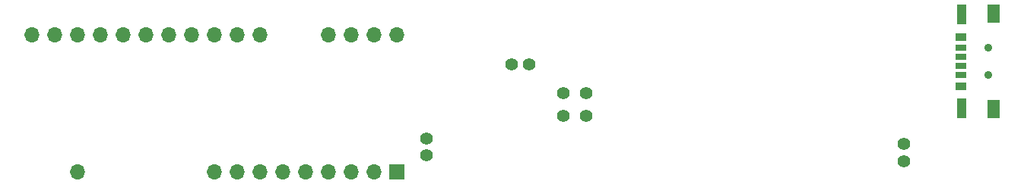
<source format=gbr>
%TF.GenerationSoftware,KiCad,Pcbnew,9.0.3*%
%TF.CreationDate,2025-07-16T22:21:56-04:00*%
%TF.ProjectId,ADBv2,41444276-322e-46b6-9963-61645f706362,rev?*%
%TF.SameCoordinates,Original*%
%TF.FileFunction,Soldermask,Bot*%
%TF.FilePolarity,Negative*%
%FSLAX46Y46*%
G04 Gerber Fmt 4.6, Leading zero omitted, Abs format (unit mm)*
G04 Created by KiCad (PCBNEW 9.0.3) date 2025-07-16 22:21:56*
%MOMM*%
%LPD*%
G01*
G04 APERTURE LIST*
%ADD10O,1.700000X1.700000*%
%ADD11C,1.400000*%
%ADD12C,1.397000*%
%ADD13C,0.900000*%
%ADD14R,1.700000X1.700000*%
%ADD15R,1.400000X2.000000*%
%ADD16R,1.000000X2.200000*%
%ADD17R,1.300000X0.700000*%
%ADD18R,1.300000X0.800000*%
%ADD19R,1.300000X0.900000*%
G04 APERTURE END LIST*
D10*
%TO.C,J2*%
X165100000Y-99000000D03*
X162560000Y-99000000D03*
X160020001Y-99000000D03*
X157480000Y-99000000D03*
X149860000Y-99000000D03*
X147319999Y-99000000D03*
X144780000Y-99000000D03*
X142240000Y-99000000D03*
X139700000Y-99000000D03*
X137160001Y-99000000D03*
X134620000Y-99000000D03*
X132080000Y-99000000D03*
X129540000Y-99000000D03*
X127000001Y-99000000D03*
X124459999Y-99000000D03*
%TD*%
D11*
%TO.C,J4*%
X221520000Y-111130000D03*
X221520000Y-113130000D03*
%TD*%
D12*
%TO.C,XIAO1*%
X186143400Y-105455000D03*
X186143400Y-107995000D03*
X183603400Y-105454999D03*
X183603400Y-107995001D03*
X177888400Y-102280000D03*
X179793400Y-102280000D03*
X168363400Y-110535000D03*
X168363400Y-112440000D03*
%TD*%
D13*
%TO.C,SW1*%
X230920000Y-103420000D03*
X230920000Y-100420000D03*
%TD*%
D14*
%TO.C,J3*%
X165100000Y-114300000D03*
D10*
X162560000Y-114300000D03*
X160020001Y-114300000D03*
X157480000Y-114300000D03*
X154940000Y-114300000D03*
X152400000Y-114300000D03*
X149860000Y-114300000D03*
X147319999Y-114300000D03*
X144780000Y-114300000D03*
X129540000Y-114300000D03*
%TD*%
D15*
%TO.C,USB1*%
X231570000Y-96620000D03*
D16*
X227980000Y-96670000D03*
X227980000Y-107210000D03*
D15*
X231570000Y-107260000D03*
D17*
X227930000Y-101440000D03*
D18*
X227930000Y-103460000D03*
D19*
X227930000Y-104690000D03*
D17*
X227930000Y-102440000D03*
D18*
X227930000Y-100420000D03*
D19*
X227930000Y-99190000D03*
%TD*%
M02*

</source>
